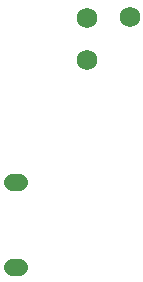
<source format=gbs>
G04 Layer: BottomSolderMaskLayer*
G04 EasyEDA v6.3.43, 2020-05-12T15:16:01+02:00*
G04 4d644927dd1f4b27a0df6f52f7f7ce2a,accd6950acb14890b3c9ed90e7fce2f1,10*
G04 Gerber Generator version 0.2*
G04 Scale: 100 percent, Rotated: No, Reflected: No *
G04 Dimensions in inches *
G04 leading zeros omitted , absolute positions ,2 integer and 4 decimal *
%FSLAX24Y24*%
%MOIN*%
G90*
G70D02*

%ADD55C,0.055240*%
%ADD78C,0.068000*%

%LPD*%
G54D55*
G01X1273Y1832D02*
G01X1509Y1832D01*
G01X1273Y4667D02*
G01X1509Y4667D01*
G54D78*
G01X5206Y10163D03*
G01X3785Y10127D03*
G01X3782Y8748D03*
M00*
M02*

</source>
